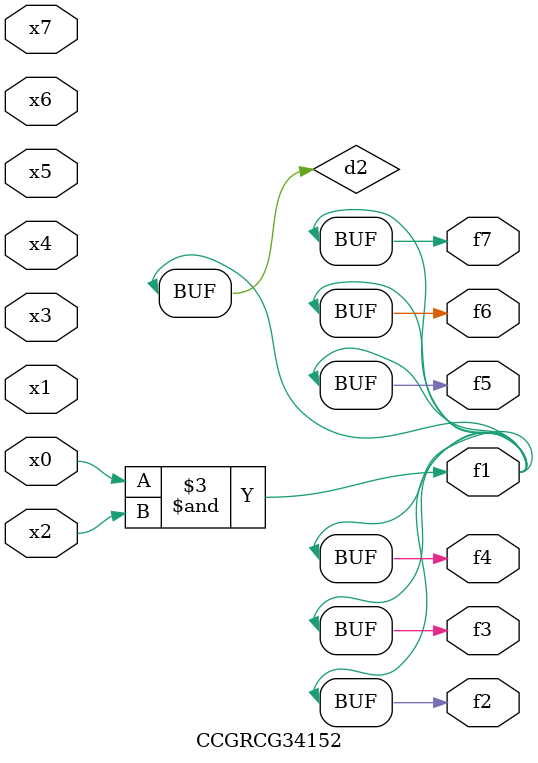
<source format=v>
module CCGRCG34152(
	input x0, x1, x2, x3, x4, x5, x6, x7,
	output f1, f2, f3, f4, f5, f6, f7
);

	wire d1, d2;

	nor (d1, x3, x6);
	and (d2, x0, x2);
	assign f1 = d2;
	assign f2 = d2;
	assign f3 = d2;
	assign f4 = d2;
	assign f5 = d2;
	assign f6 = d2;
	assign f7 = d2;
endmodule

</source>
